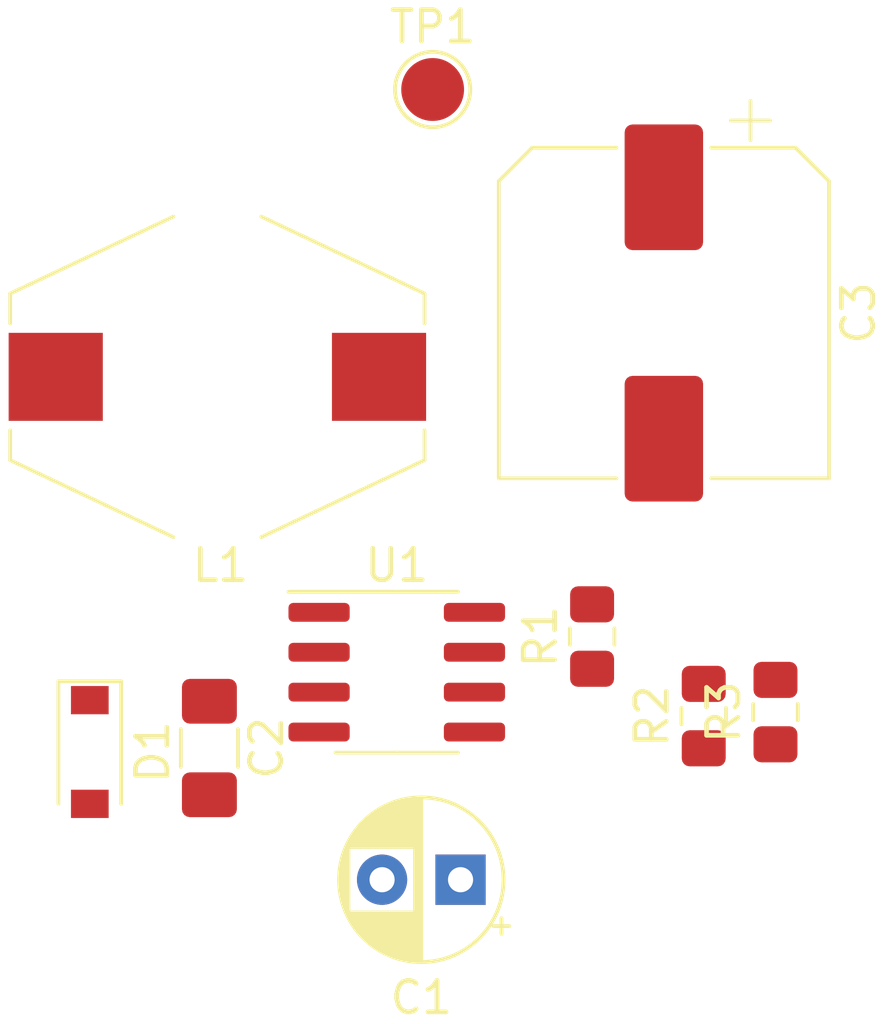
<source format=kicad_pcb>
(kicad_pcb (version 20171130) (host pcbnew 5.1.5-52549c5~85~ubuntu18.04.1)

  (general
    (thickness 1.6)
    (drawings 0)
    (tracks 0)
    (zones 0)
    (modules 10)
    (nets 8)
  )

  (page A4)
  (layers
    (0 F.Cu signal)
    (31 B.Cu signal)
    (32 B.Adhes user)
    (33 F.Adhes user)
    (34 B.Paste user)
    (35 F.Paste user)
    (36 B.SilkS user)
    (37 F.SilkS user)
    (38 B.Mask user)
    (39 F.Mask user)
    (40 Dwgs.User user)
    (41 Cmts.User user)
    (42 Eco1.User user)
    (43 Eco2.User user)
    (44 Edge.Cuts user)
    (45 Margin user)
    (46 B.CrtYd user)
    (47 F.CrtYd user)
    (48 B.Fab user hide)
    (49 F.Fab user hide)
  )

  (setup
    (last_trace_width 0.25)
    (trace_clearance 0.2)
    (zone_clearance 0.508)
    (zone_45_only no)
    (trace_min 0.2)
    (via_size 0.8)
    (via_drill 0.4)
    (via_min_size 0.4)
    (via_min_drill 0.3)
    (uvia_size 0.3)
    (uvia_drill 0.1)
    (uvias_allowed no)
    (uvia_min_size 0.2)
    (uvia_min_drill 0.1)
    (edge_width 0.05)
    (segment_width 0.2)
    (pcb_text_width 0.3)
    (pcb_text_size 1.5 1.5)
    (mod_edge_width 0.12)
    (mod_text_size 1 1)
    (mod_text_width 0.15)
    (pad_size 1.524 1.524)
    (pad_drill 0.762)
    (pad_to_mask_clearance 0.051)
    (solder_mask_min_width 0.25)
    (aux_axis_origin 0 0)
    (visible_elements FFFFFF7F)
    (pcbplotparams
      (layerselection 0x010fc_ffffffff)
      (usegerberextensions false)
      (usegerberattributes false)
      (usegerberadvancedattributes false)
      (creategerberjobfile false)
      (excludeedgelayer true)
      (linewidth 0.100000)
      (plotframeref false)
      (viasonmask false)
      (mode 1)
      (useauxorigin false)
      (hpglpennumber 1)
      (hpglpenspeed 20)
      (hpglpendiameter 15.000000)
      (psnegative false)
      (psa4output false)
      (plotreference true)
      (plotvalue true)
      (plotinvisibletext false)
      (padsonsilk false)
      (subtractmaskfromsilk false)
      (outputformat 1)
      (mirror false)
      (drillshape 1)
      (scaleselection 1)
      (outputdirectory ""))
  )

  (net 0 "")
  (net 1 GND)
  (net 2 "Net-(C2-Pad1)")
  (net 3 "Net-(C3-Pad1)")
  (net 4 "Net-(D1-Pad1)")
  (net 5 "Net-(R1-Pad2)")
  (net 6 "Net-(R2-Pad1)")
  (net 7 +24V)

  (net_class Default "This is the default net class."
    (clearance 0.2)
    (trace_width 0.25)
    (via_dia 0.8)
    (via_drill 0.4)
    (uvia_dia 0.3)
    (uvia_drill 0.1)
    (add_net +24V)
    (add_net GND)
    (add_net "Net-(C2-Pad1)")
    (add_net "Net-(C3-Pad1)")
    (add_net "Net-(D1-Pad1)")
    (add_net "Net-(R1-Pad2)")
    (add_net "Net-(R2-Pad1)")
  )

  (module Capacitor_SMD:CP_Elec_10x10 (layer F.Cu) (tedit 5BCA39D1) (tstamp 5E80317B)
    (at 105.537 75.692 270)
    (descr "SMD capacitor, aluminum electrolytic, Nichicon, 10.0x10.0mm")
    (tags "capacitor electrolytic")
    (path /5E805CD8)
    (attr smd)
    (fp_text reference C3 (at 0 -6.2 90) (layer F.SilkS)
      (effects (font (size 1 1) (thickness 0.15)))
    )
    (fp_text value 220uF (at 0 6.2 90) (layer F.Fab)
      (effects (font (size 1 1) (thickness 0.15)))
    )
    (fp_text user %R (at 0 0 90) (layer F.Fab)
      (effects (font (size 1 1) (thickness 0.15)))
    )
    (fp_line (start -6.25 1.5) (end -5.4 1.5) (layer F.CrtYd) (width 0.05))
    (fp_line (start -6.25 -1.5) (end -6.25 1.5) (layer F.CrtYd) (width 0.05))
    (fp_line (start -5.4 -1.5) (end -6.25 -1.5) (layer F.CrtYd) (width 0.05))
    (fp_line (start -5.4 1.5) (end -5.4 4.25) (layer F.CrtYd) (width 0.05))
    (fp_line (start -5.4 -4.25) (end -5.4 -1.5) (layer F.CrtYd) (width 0.05))
    (fp_line (start -5.4 -4.25) (end -4.25 -5.4) (layer F.CrtYd) (width 0.05))
    (fp_line (start -5.4 4.25) (end -4.25 5.4) (layer F.CrtYd) (width 0.05))
    (fp_line (start -4.25 -5.4) (end 5.4 -5.4) (layer F.CrtYd) (width 0.05))
    (fp_line (start -4.25 5.4) (end 5.4 5.4) (layer F.CrtYd) (width 0.05))
    (fp_line (start 5.4 1.5) (end 5.4 5.4) (layer F.CrtYd) (width 0.05))
    (fp_line (start 6.25 1.5) (end 5.4 1.5) (layer F.CrtYd) (width 0.05))
    (fp_line (start 6.25 -1.5) (end 6.25 1.5) (layer F.CrtYd) (width 0.05))
    (fp_line (start 5.4 -1.5) (end 6.25 -1.5) (layer F.CrtYd) (width 0.05))
    (fp_line (start 5.4 -5.4) (end 5.4 -1.5) (layer F.CrtYd) (width 0.05))
    (fp_line (start -6.125 -3.385) (end -6.125 -2.135) (layer F.SilkS) (width 0.12))
    (fp_line (start -6.75 -2.76) (end -5.5 -2.76) (layer F.SilkS) (width 0.12))
    (fp_line (start -5.26 4.195563) (end -4.195563 5.26) (layer F.SilkS) (width 0.12))
    (fp_line (start -5.26 -4.195563) (end -4.195563 -5.26) (layer F.SilkS) (width 0.12))
    (fp_line (start -5.26 -4.195563) (end -5.26 -1.51) (layer F.SilkS) (width 0.12))
    (fp_line (start -5.26 4.195563) (end -5.26 1.51) (layer F.SilkS) (width 0.12))
    (fp_line (start -4.195563 5.26) (end 5.26 5.26) (layer F.SilkS) (width 0.12))
    (fp_line (start -4.195563 -5.26) (end 5.26 -5.26) (layer F.SilkS) (width 0.12))
    (fp_line (start 5.26 -5.26) (end 5.26 -1.51) (layer F.SilkS) (width 0.12))
    (fp_line (start 5.26 5.26) (end 5.26 1.51) (layer F.SilkS) (width 0.12))
    (fp_line (start -4.058325 -2.2) (end -4.058325 -1.2) (layer F.Fab) (width 0.1))
    (fp_line (start -4.558325 -1.7) (end -3.558325 -1.7) (layer F.Fab) (width 0.1))
    (fp_line (start -5.15 4.15) (end -4.15 5.15) (layer F.Fab) (width 0.1))
    (fp_line (start -5.15 -4.15) (end -4.15 -5.15) (layer F.Fab) (width 0.1))
    (fp_line (start -5.15 -4.15) (end -5.15 4.15) (layer F.Fab) (width 0.1))
    (fp_line (start -4.15 5.15) (end 5.15 5.15) (layer F.Fab) (width 0.1))
    (fp_line (start -4.15 -5.15) (end 5.15 -5.15) (layer F.Fab) (width 0.1))
    (fp_line (start 5.15 -5.15) (end 5.15 5.15) (layer F.Fab) (width 0.1))
    (fp_circle (center 0 0) (end 5 0) (layer F.Fab) (width 0.1))
    (pad 2 smd roundrect (at 4 0 270) (size 4 2.5) (layers F.Cu F.Paste F.Mask) (roundrect_rratio 0.1)
      (net 1 GND))
    (pad 1 smd roundrect (at -4 0 270) (size 4 2.5) (layers F.Cu F.Paste F.Mask) (roundrect_rratio 0.1)
      (net 3 "Net-(C3-Pad1)"))
    (model ${KISYS3DMOD}/Capacitor_SMD.3dshapes/CP_Elec_10x10.wrl
      (at (xyz 0 0 0))
      (scale (xyz 1 1 1))
      (rotate (xyz 0 0 0))
    )
  )

  (module Capacitor_THT:CP_Radial_D5.0mm_P2.50mm (layer F.Cu) (tedit 5AE50EF0) (tstamp 5E803002)
    (at 99.06 93.726 180)
    (descr "CP, Radial series, Radial, pin pitch=2.50mm, , diameter=5mm, Electrolytic Capacitor")
    (tags "CP Radial series Radial pin pitch 2.50mm  diameter 5mm Electrolytic Capacitor")
    (path /5E810EBD)
    (fp_text reference C1 (at 1.25 -3.75) (layer F.SilkS)
      (effects (font (size 1 1) (thickness 0.15)))
    )
    (fp_text value 100uF (at 1.25 3.75) (layer F.Fab)
      (effects (font (size 1 1) (thickness 0.15)))
    )
    (fp_text user %R (at 1.25 0) (layer F.Fab)
      (effects (font (size 1 1) (thickness 0.15)))
    )
    (fp_line (start -1.304775 -1.725) (end -1.304775 -1.225) (layer F.SilkS) (width 0.12))
    (fp_line (start -1.554775 -1.475) (end -1.054775 -1.475) (layer F.SilkS) (width 0.12))
    (fp_line (start 3.851 -0.284) (end 3.851 0.284) (layer F.SilkS) (width 0.12))
    (fp_line (start 3.811 -0.518) (end 3.811 0.518) (layer F.SilkS) (width 0.12))
    (fp_line (start 3.771 -0.677) (end 3.771 0.677) (layer F.SilkS) (width 0.12))
    (fp_line (start 3.731 -0.805) (end 3.731 0.805) (layer F.SilkS) (width 0.12))
    (fp_line (start 3.691 -0.915) (end 3.691 0.915) (layer F.SilkS) (width 0.12))
    (fp_line (start 3.651 -1.011) (end 3.651 1.011) (layer F.SilkS) (width 0.12))
    (fp_line (start 3.611 -1.098) (end 3.611 1.098) (layer F.SilkS) (width 0.12))
    (fp_line (start 3.571 -1.178) (end 3.571 1.178) (layer F.SilkS) (width 0.12))
    (fp_line (start 3.531 1.04) (end 3.531 1.251) (layer F.SilkS) (width 0.12))
    (fp_line (start 3.531 -1.251) (end 3.531 -1.04) (layer F.SilkS) (width 0.12))
    (fp_line (start 3.491 1.04) (end 3.491 1.319) (layer F.SilkS) (width 0.12))
    (fp_line (start 3.491 -1.319) (end 3.491 -1.04) (layer F.SilkS) (width 0.12))
    (fp_line (start 3.451 1.04) (end 3.451 1.383) (layer F.SilkS) (width 0.12))
    (fp_line (start 3.451 -1.383) (end 3.451 -1.04) (layer F.SilkS) (width 0.12))
    (fp_line (start 3.411 1.04) (end 3.411 1.443) (layer F.SilkS) (width 0.12))
    (fp_line (start 3.411 -1.443) (end 3.411 -1.04) (layer F.SilkS) (width 0.12))
    (fp_line (start 3.371 1.04) (end 3.371 1.5) (layer F.SilkS) (width 0.12))
    (fp_line (start 3.371 -1.5) (end 3.371 -1.04) (layer F.SilkS) (width 0.12))
    (fp_line (start 3.331 1.04) (end 3.331 1.554) (layer F.SilkS) (width 0.12))
    (fp_line (start 3.331 -1.554) (end 3.331 -1.04) (layer F.SilkS) (width 0.12))
    (fp_line (start 3.291 1.04) (end 3.291 1.605) (layer F.SilkS) (width 0.12))
    (fp_line (start 3.291 -1.605) (end 3.291 -1.04) (layer F.SilkS) (width 0.12))
    (fp_line (start 3.251 1.04) (end 3.251 1.653) (layer F.SilkS) (width 0.12))
    (fp_line (start 3.251 -1.653) (end 3.251 -1.04) (layer F.SilkS) (width 0.12))
    (fp_line (start 3.211 1.04) (end 3.211 1.699) (layer F.SilkS) (width 0.12))
    (fp_line (start 3.211 -1.699) (end 3.211 -1.04) (layer F.SilkS) (width 0.12))
    (fp_line (start 3.171 1.04) (end 3.171 1.743) (layer F.SilkS) (width 0.12))
    (fp_line (start 3.171 -1.743) (end 3.171 -1.04) (layer F.SilkS) (width 0.12))
    (fp_line (start 3.131 1.04) (end 3.131 1.785) (layer F.SilkS) (width 0.12))
    (fp_line (start 3.131 -1.785) (end 3.131 -1.04) (layer F.SilkS) (width 0.12))
    (fp_line (start 3.091 1.04) (end 3.091 1.826) (layer F.SilkS) (width 0.12))
    (fp_line (start 3.091 -1.826) (end 3.091 -1.04) (layer F.SilkS) (width 0.12))
    (fp_line (start 3.051 1.04) (end 3.051 1.864) (layer F.SilkS) (width 0.12))
    (fp_line (start 3.051 -1.864) (end 3.051 -1.04) (layer F.SilkS) (width 0.12))
    (fp_line (start 3.011 1.04) (end 3.011 1.901) (layer F.SilkS) (width 0.12))
    (fp_line (start 3.011 -1.901) (end 3.011 -1.04) (layer F.SilkS) (width 0.12))
    (fp_line (start 2.971 1.04) (end 2.971 1.937) (layer F.SilkS) (width 0.12))
    (fp_line (start 2.971 -1.937) (end 2.971 -1.04) (layer F.SilkS) (width 0.12))
    (fp_line (start 2.931 1.04) (end 2.931 1.971) (layer F.SilkS) (width 0.12))
    (fp_line (start 2.931 -1.971) (end 2.931 -1.04) (layer F.SilkS) (width 0.12))
    (fp_line (start 2.891 1.04) (end 2.891 2.004) (layer F.SilkS) (width 0.12))
    (fp_line (start 2.891 -2.004) (end 2.891 -1.04) (layer F.SilkS) (width 0.12))
    (fp_line (start 2.851 1.04) (end 2.851 2.035) (layer F.SilkS) (width 0.12))
    (fp_line (start 2.851 -2.035) (end 2.851 -1.04) (layer F.SilkS) (width 0.12))
    (fp_line (start 2.811 1.04) (end 2.811 2.065) (layer F.SilkS) (width 0.12))
    (fp_line (start 2.811 -2.065) (end 2.811 -1.04) (layer F.SilkS) (width 0.12))
    (fp_line (start 2.771 1.04) (end 2.771 2.095) (layer F.SilkS) (width 0.12))
    (fp_line (start 2.771 -2.095) (end 2.771 -1.04) (layer F.SilkS) (width 0.12))
    (fp_line (start 2.731 1.04) (end 2.731 2.122) (layer F.SilkS) (width 0.12))
    (fp_line (start 2.731 -2.122) (end 2.731 -1.04) (layer F.SilkS) (width 0.12))
    (fp_line (start 2.691 1.04) (end 2.691 2.149) (layer F.SilkS) (width 0.12))
    (fp_line (start 2.691 -2.149) (end 2.691 -1.04) (layer F.SilkS) (width 0.12))
    (fp_line (start 2.651 1.04) (end 2.651 2.175) (layer F.SilkS) (width 0.12))
    (fp_line (start 2.651 -2.175) (end 2.651 -1.04) (layer F.SilkS) (width 0.12))
    (fp_line (start 2.611 1.04) (end 2.611 2.2) (layer F.SilkS) (width 0.12))
    (fp_line (start 2.611 -2.2) (end 2.611 -1.04) (layer F.SilkS) (width 0.12))
    (fp_line (start 2.571 1.04) (end 2.571 2.224) (layer F.SilkS) (width 0.12))
    (fp_line (start 2.571 -2.224) (end 2.571 -1.04) (layer F.SilkS) (width 0.12))
    (fp_line (start 2.531 1.04) (end 2.531 2.247) (layer F.SilkS) (width 0.12))
    (fp_line (start 2.531 -2.247) (end 2.531 -1.04) (layer F.SilkS) (width 0.12))
    (fp_line (start 2.491 1.04) (end 2.491 2.268) (layer F.SilkS) (width 0.12))
    (fp_line (start 2.491 -2.268) (end 2.491 -1.04) (layer F.SilkS) (width 0.12))
    (fp_line (start 2.451 1.04) (end 2.451 2.29) (layer F.SilkS) (width 0.12))
    (fp_line (start 2.451 -2.29) (end 2.451 -1.04) (layer F.SilkS) (width 0.12))
    (fp_line (start 2.411 1.04) (end 2.411 2.31) (layer F.SilkS) (width 0.12))
    (fp_line (start 2.411 -2.31) (end 2.411 -1.04) (layer F.SilkS) (width 0.12))
    (fp_line (start 2.371 1.04) (end 2.371 2.329) (layer F.SilkS) (width 0.12))
    (fp_line (start 2.371 -2.329) (end 2.371 -1.04) (layer F.SilkS) (width 0.12))
    (fp_line (start 2.331 1.04) (end 2.331 2.348) (layer F.SilkS) (width 0.12))
    (fp_line (start 2.331 -2.348) (end 2.331 -1.04) (layer F.SilkS) (width 0.12))
    (fp_line (start 2.291 1.04) (end 2.291 2.365) (layer F.SilkS) (width 0.12))
    (fp_line (start 2.291 -2.365) (end 2.291 -1.04) (layer F.SilkS) (width 0.12))
    (fp_line (start 2.251 1.04) (end 2.251 2.382) (layer F.SilkS) (width 0.12))
    (fp_line (start 2.251 -2.382) (end 2.251 -1.04) (layer F.SilkS) (width 0.12))
    (fp_line (start 2.211 1.04) (end 2.211 2.398) (layer F.SilkS) (width 0.12))
    (fp_line (start 2.211 -2.398) (end 2.211 -1.04) (layer F.SilkS) (width 0.12))
    (fp_line (start 2.171 1.04) (end 2.171 2.414) (layer F.SilkS) (width 0.12))
    (fp_line (start 2.171 -2.414) (end 2.171 -1.04) (layer F.SilkS) (width 0.12))
    (fp_line (start 2.131 1.04) (end 2.131 2.428) (layer F.SilkS) (width 0.12))
    (fp_line (start 2.131 -2.428) (end 2.131 -1.04) (layer F.SilkS) (width 0.12))
    (fp_line (start 2.091 1.04) (end 2.091 2.442) (layer F.SilkS) (width 0.12))
    (fp_line (start 2.091 -2.442) (end 2.091 -1.04) (layer F.SilkS) (width 0.12))
    (fp_line (start 2.051 1.04) (end 2.051 2.455) (layer F.SilkS) (width 0.12))
    (fp_line (start 2.051 -2.455) (end 2.051 -1.04) (layer F.SilkS) (width 0.12))
    (fp_line (start 2.011 1.04) (end 2.011 2.468) (layer F.SilkS) (width 0.12))
    (fp_line (start 2.011 -2.468) (end 2.011 -1.04) (layer F.SilkS) (width 0.12))
    (fp_line (start 1.971 1.04) (end 1.971 2.48) (layer F.SilkS) (width 0.12))
    (fp_line (start 1.971 -2.48) (end 1.971 -1.04) (layer F.SilkS) (width 0.12))
    (fp_line (start 1.93 1.04) (end 1.93 2.491) (layer F.SilkS) (width 0.12))
    (fp_line (start 1.93 -2.491) (end 1.93 -1.04) (layer F.SilkS) (width 0.12))
    (fp_line (start 1.89 1.04) (end 1.89 2.501) (layer F.SilkS) (width 0.12))
    (fp_line (start 1.89 -2.501) (end 1.89 -1.04) (layer F.SilkS) (width 0.12))
    (fp_line (start 1.85 1.04) (end 1.85 2.511) (layer F.SilkS) (width 0.12))
    (fp_line (start 1.85 -2.511) (end 1.85 -1.04) (layer F.SilkS) (width 0.12))
    (fp_line (start 1.81 1.04) (end 1.81 2.52) (layer F.SilkS) (width 0.12))
    (fp_line (start 1.81 -2.52) (end 1.81 -1.04) (layer F.SilkS) (width 0.12))
    (fp_line (start 1.77 1.04) (end 1.77 2.528) (layer F.SilkS) (width 0.12))
    (fp_line (start 1.77 -2.528) (end 1.77 -1.04) (layer F.SilkS) (width 0.12))
    (fp_line (start 1.73 1.04) (end 1.73 2.536) (layer F.SilkS) (width 0.12))
    (fp_line (start 1.73 -2.536) (end 1.73 -1.04) (layer F.SilkS) (width 0.12))
    (fp_line (start 1.69 1.04) (end 1.69 2.543) (layer F.SilkS) (width 0.12))
    (fp_line (start 1.69 -2.543) (end 1.69 -1.04) (layer F.SilkS) (width 0.12))
    (fp_line (start 1.65 1.04) (end 1.65 2.55) (layer F.SilkS) (width 0.12))
    (fp_line (start 1.65 -2.55) (end 1.65 -1.04) (layer F.SilkS) (width 0.12))
    (fp_line (start 1.61 1.04) (end 1.61 2.556) (layer F.SilkS) (width 0.12))
    (fp_line (start 1.61 -2.556) (end 1.61 -1.04) (layer F.SilkS) (width 0.12))
    (fp_line (start 1.57 1.04) (end 1.57 2.561) (layer F.SilkS) (width 0.12))
    (fp_line (start 1.57 -2.561) (end 1.57 -1.04) (layer F.SilkS) (width 0.12))
    (fp_line (start 1.53 1.04) (end 1.53 2.565) (layer F.SilkS) (width 0.12))
    (fp_line (start 1.53 -2.565) (end 1.53 -1.04) (layer F.SilkS) (width 0.12))
    (fp_line (start 1.49 1.04) (end 1.49 2.569) (layer F.SilkS) (width 0.12))
    (fp_line (start 1.49 -2.569) (end 1.49 -1.04) (layer F.SilkS) (width 0.12))
    (fp_line (start 1.45 -2.573) (end 1.45 2.573) (layer F.SilkS) (width 0.12))
    (fp_line (start 1.41 -2.576) (end 1.41 2.576) (layer F.SilkS) (width 0.12))
    (fp_line (start 1.37 -2.578) (end 1.37 2.578) (layer F.SilkS) (width 0.12))
    (fp_line (start 1.33 -2.579) (end 1.33 2.579) (layer F.SilkS) (width 0.12))
    (fp_line (start 1.29 -2.58) (end 1.29 2.58) (layer F.SilkS) (width 0.12))
    (fp_line (start 1.25 -2.58) (end 1.25 2.58) (layer F.SilkS) (width 0.12))
    (fp_line (start -0.633605 -1.3375) (end -0.633605 -0.8375) (layer F.Fab) (width 0.1))
    (fp_line (start -0.883605 -1.0875) (end -0.383605 -1.0875) (layer F.Fab) (width 0.1))
    (fp_circle (center 1.25 0) (end 4 0) (layer F.CrtYd) (width 0.05))
    (fp_circle (center 1.25 0) (end 3.87 0) (layer F.SilkS) (width 0.12))
    (fp_circle (center 1.25 0) (end 3.75 0) (layer F.Fab) (width 0.1))
    (pad 2 thru_hole circle (at 2.5 0 180) (size 1.6 1.6) (drill 0.8) (layers *.Cu *.Mask)
      (net 1 GND))
    (pad 1 thru_hole rect (at 0 0 180) (size 1.6 1.6) (drill 0.8) (layers *.Cu *.Mask)
      (net 7 +24V))
    (model ${KISYS3DMOD}/Capacitor_THT.3dshapes/CP_Radial_D5.0mm_P2.50mm.wrl
      (at (xyz 0 0 0))
      (scale (xyz 1 1 1))
      (rotate (xyz 0 0 0))
    )
  )

  (module Capacitor_SMD:C_1206_3216Metric_Pad1.42x1.75mm_HandSolder (layer F.Cu) (tedit 5B301BBE) (tstamp 5E806466)
    (at 91.059 89.535 270)
    (descr "Capacitor SMD 1206 (3216 Metric), square (rectangular) end terminal, IPC_7351 nominal with elongated pad for handsoldering. (Body size source: http://www.tortai-tech.com/upload/download/2011102023233369053.pdf), generated with kicad-footprint-generator")
    (tags "capacitor handsolder")
    (path /5E87373A)
    (attr smd)
    (fp_text reference C2 (at 0 -1.82 90) (layer F.SilkS)
      (effects (font (size 1 1) (thickness 0.15)))
    )
    (fp_text value 470pF (at 0 1.82 90) (layer F.Fab)
      (effects (font (size 1 1) (thickness 0.15)))
    )
    (fp_text user %R (at 0 0 90) (layer F.Fab)
      (effects (font (size 0.8 0.8) (thickness 0.12)))
    )
    (fp_line (start 2.45 1.12) (end -2.45 1.12) (layer F.CrtYd) (width 0.05))
    (fp_line (start 2.45 -1.12) (end 2.45 1.12) (layer F.CrtYd) (width 0.05))
    (fp_line (start -2.45 -1.12) (end 2.45 -1.12) (layer F.CrtYd) (width 0.05))
    (fp_line (start -2.45 1.12) (end -2.45 -1.12) (layer F.CrtYd) (width 0.05))
    (fp_line (start -0.602064 0.91) (end 0.602064 0.91) (layer F.SilkS) (width 0.12))
    (fp_line (start -0.602064 -0.91) (end 0.602064 -0.91) (layer F.SilkS) (width 0.12))
    (fp_line (start 1.6 0.8) (end -1.6 0.8) (layer F.Fab) (width 0.1))
    (fp_line (start 1.6 -0.8) (end 1.6 0.8) (layer F.Fab) (width 0.1))
    (fp_line (start -1.6 -0.8) (end 1.6 -0.8) (layer F.Fab) (width 0.1))
    (fp_line (start -1.6 0.8) (end -1.6 -0.8) (layer F.Fab) (width 0.1))
    (pad 2 smd roundrect (at 1.4875 0 270) (size 1.425 1.75) (layers F.Cu F.Paste F.Mask) (roundrect_rratio 0.175439)
      (net 1 GND))
    (pad 1 smd roundrect (at -1.4875 0 270) (size 1.425 1.75) (layers F.Cu F.Paste F.Mask) (roundrect_rratio 0.175439)
      (net 2 "Net-(C2-Pad1)"))
    (model ${KISYS3DMOD}/Capacitor_SMD.3dshapes/C_1206_3216Metric.wrl
      (at (xyz 0 0 0))
      (scale (xyz 1 1 1))
      (rotate (xyz 0 0 0))
    )
  )

  (module TestPoint:TestPoint_Pad_D2.0mm (layer F.Cu) (tedit 5A0F774F) (tstamp 5E816875)
    (at 98.171 68.58)
    (descr "SMD pad as test Point, diameter 2.0mm")
    (tags "test point SMD pad")
    (path /5E86A93E)
    (attr virtual)
    (fp_text reference TP1 (at 0 -1.998) (layer F.SilkS)
      (effects (font (size 1 1) (thickness 0.15)))
    )
    (fp_text value 5V_Out (at 0 2.05) (layer F.Fab)
      (effects (font (size 1 1) (thickness 0.15)))
    )
    (fp_circle (center 0 0) (end 0 1.2) (layer F.SilkS) (width 0.12))
    (fp_circle (center 0 0) (end 1.5 0) (layer F.CrtYd) (width 0.05))
    (fp_text user %R (at 0 -2) (layer F.Fab)
      (effects (font (size 1 1) (thickness 0.15)))
    )
    (pad 1 smd circle (at 0 0) (size 2 2) (layers F.Cu F.Mask)
      (net 3 "Net-(C3-Pad1)"))
  )

  (module Package_SO:SOIC-8_3.9x4.9mm_P1.27mm (layer F.Cu) (tedit 5D9F72B1) (tstamp 5E8031FD)
    (at 97.028 87.122)
    (descr "SOIC, 8 Pin (JEDEC MS-012AA, https://www.analog.com/media/en/package-pcb-resources/package/pkg_pdf/soic_narrow-r/r_8.pdf), generated with kicad-footprint-generator ipc_gullwing_generator.py")
    (tags "SOIC SO")
    (path /5E7FFA3D)
    (attr smd)
    (fp_text reference U1 (at 0 -3.4) (layer F.SilkS)
      (effects (font (size 1 1) (thickness 0.15)))
    )
    (fp_text value MC33063AD (at 0 3.4) (layer F.Fab)
      (effects (font (size 1 1) (thickness 0.15)))
    )
    (fp_text user %R (at 0 0) (layer F.Fab)
      (effects (font (size 0.98 0.98) (thickness 0.15)))
    )
    (fp_line (start 3.7 -2.7) (end -3.7 -2.7) (layer F.CrtYd) (width 0.05))
    (fp_line (start 3.7 2.7) (end 3.7 -2.7) (layer F.CrtYd) (width 0.05))
    (fp_line (start -3.7 2.7) (end 3.7 2.7) (layer F.CrtYd) (width 0.05))
    (fp_line (start -3.7 -2.7) (end -3.7 2.7) (layer F.CrtYd) (width 0.05))
    (fp_line (start -1.95 -1.475) (end -0.975 -2.45) (layer F.Fab) (width 0.1))
    (fp_line (start -1.95 2.45) (end -1.95 -1.475) (layer F.Fab) (width 0.1))
    (fp_line (start 1.95 2.45) (end -1.95 2.45) (layer F.Fab) (width 0.1))
    (fp_line (start 1.95 -2.45) (end 1.95 2.45) (layer F.Fab) (width 0.1))
    (fp_line (start -0.975 -2.45) (end 1.95 -2.45) (layer F.Fab) (width 0.1))
    (fp_line (start 0 -2.56) (end -3.45 -2.56) (layer F.SilkS) (width 0.12))
    (fp_line (start 0 -2.56) (end 1.95 -2.56) (layer F.SilkS) (width 0.12))
    (fp_line (start 0 2.56) (end -1.95 2.56) (layer F.SilkS) (width 0.12))
    (fp_line (start 0 2.56) (end 1.95 2.56) (layer F.SilkS) (width 0.12))
    (pad 8 smd roundrect (at 2.475 -1.905) (size 1.95 0.6) (layers F.Cu F.Paste F.Mask) (roundrect_rratio 0.25)
      (net 5 "Net-(R1-Pad2)"))
    (pad 7 smd roundrect (at 2.475 -0.635) (size 1.95 0.6) (layers F.Cu F.Paste F.Mask) (roundrect_rratio 0.25)
      (net 5 "Net-(R1-Pad2)"))
    (pad 6 smd roundrect (at 2.475 0.635) (size 1.95 0.6) (layers F.Cu F.Paste F.Mask) (roundrect_rratio 0.25)
      (net 7 +24V))
    (pad 5 smd roundrect (at 2.475 1.905) (size 1.95 0.6) (layers F.Cu F.Paste F.Mask) (roundrect_rratio 0.25)
      (net 6 "Net-(R2-Pad1)"))
    (pad 4 smd roundrect (at -2.475 1.905) (size 1.95 0.6) (layers F.Cu F.Paste F.Mask) (roundrect_rratio 0.25)
      (net 1 GND))
    (pad 3 smd roundrect (at -2.475 0.635) (size 1.95 0.6) (layers F.Cu F.Paste F.Mask) (roundrect_rratio 0.25)
      (net 2 "Net-(C2-Pad1)"))
    (pad 2 smd roundrect (at -2.475 -0.635) (size 1.95 0.6) (layers F.Cu F.Paste F.Mask) (roundrect_rratio 0.25)
      (net 4 "Net-(D1-Pad1)"))
    (pad 1 smd roundrect (at -2.475 -1.905) (size 1.95 0.6) (layers F.Cu F.Paste F.Mask) (roundrect_rratio 0.25)
      (net 5 "Net-(R1-Pad2)"))
    (model ${KISYS3DMOD}/Package_SO.3dshapes/SOIC-8_3.9x4.9mm_P1.27mm.wrl
      (at (xyz 0 0 0))
      (scale (xyz 1 1 1))
      (rotate (xyz 0 0 0))
    )
  )

  (module Resistor_SMD:R_0805_2012Metric_Pad1.15x1.40mm_HandSolder (layer F.Cu) (tedit 5B36C52B) (tstamp 5E8069DB)
    (at 109.093 88.392 90)
    (descr "Resistor SMD 0805 (2012 Metric), square (rectangular) end terminal, IPC_7351 nominal with elongated pad for handsoldering. (Body size source: https://docs.google.com/spreadsheets/d/1BsfQQcO9C6DZCsRaXUlFlo91Tg2WpOkGARC1WS5S8t0/edit?usp=sharing), generated with kicad-footprint-generator")
    (tags "resistor handsolder")
    (path /5E81E67D)
    (attr smd)
    (fp_text reference R3 (at 0 -1.65 90) (layer F.SilkS)
      (effects (font (size 1 1) (thickness 0.15)))
    )
    (fp_text value 3.8K (at 0 1.65 90) (layer F.Fab)
      (effects (font (size 1 1) (thickness 0.15)))
    )
    (fp_text user %R (at 0 0 90) (layer F.Fab)
      (effects (font (size 0.5 0.5) (thickness 0.08)))
    )
    (fp_line (start 1.85 0.95) (end -1.85 0.95) (layer F.CrtYd) (width 0.05))
    (fp_line (start 1.85 -0.95) (end 1.85 0.95) (layer F.CrtYd) (width 0.05))
    (fp_line (start -1.85 -0.95) (end 1.85 -0.95) (layer F.CrtYd) (width 0.05))
    (fp_line (start -1.85 0.95) (end -1.85 -0.95) (layer F.CrtYd) (width 0.05))
    (fp_line (start -0.261252 0.71) (end 0.261252 0.71) (layer F.SilkS) (width 0.12))
    (fp_line (start -0.261252 -0.71) (end 0.261252 -0.71) (layer F.SilkS) (width 0.12))
    (fp_line (start 1 0.6) (end -1 0.6) (layer F.Fab) (width 0.1))
    (fp_line (start 1 -0.6) (end 1 0.6) (layer F.Fab) (width 0.1))
    (fp_line (start -1 -0.6) (end 1 -0.6) (layer F.Fab) (width 0.1))
    (fp_line (start -1 0.6) (end -1 -0.6) (layer F.Fab) (width 0.1))
    (pad 2 smd roundrect (at 1.025 0 90) (size 1.15 1.4) (layers F.Cu F.Paste F.Mask) (roundrect_rratio 0.217391)
      (net 3 "Net-(C3-Pad1)"))
    (pad 1 smd roundrect (at -1.025 0 90) (size 1.15 1.4) (layers F.Cu F.Paste F.Mask) (roundrect_rratio 0.217391)
      (net 6 "Net-(R2-Pad1)"))
    (model ${KISYS3DMOD}/Resistor_SMD.3dshapes/R_0805_2012Metric.wrl
      (at (xyz 0 0 0))
      (scale (xyz 1 1 1))
      (rotate (xyz 0 0 0))
    )
  )

  (module Resistor_SMD:R_0805_2012Metric_Pad1.15x1.40mm_HandSolder (layer F.Cu) (tedit 5B36C52B) (tstamp 5E806A0B)
    (at 106.807 88.519 90)
    (descr "Resistor SMD 0805 (2012 Metric), square (rectangular) end terminal, IPC_7351 nominal with elongated pad for handsoldering. (Body size source: https://docs.google.com/spreadsheets/d/1BsfQQcO9C6DZCsRaXUlFlo91Tg2WpOkGARC1WS5S8t0/edit?usp=sharing), generated with kicad-footprint-generator")
    (tags "resistor handsolder")
    (path /5E85D5C3)
    (attr smd)
    (fp_text reference R2 (at 0 -1.65 90) (layer F.SilkS)
      (effects (font (size 1 1) (thickness 0.15)))
    )
    (fp_text value 1.2K (at 0 1.65 90) (layer F.Fab)
      (effects (font (size 1 1) (thickness 0.15)))
    )
    (fp_text user %R (at 0 0 90) (layer F.Fab)
      (effects (font (size 0.5 0.5) (thickness 0.08)))
    )
    (fp_line (start 1.85 0.95) (end -1.85 0.95) (layer F.CrtYd) (width 0.05))
    (fp_line (start 1.85 -0.95) (end 1.85 0.95) (layer F.CrtYd) (width 0.05))
    (fp_line (start -1.85 -0.95) (end 1.85 -0.95) (layer F.CrtYd) (width 0.05))
    (fp_line (start -1.85 0.95) (end -1.85 -0.95) (layer F.CrtYd) (width 0.05))
    (fp_line (start -0.261252 0.71) (end 0.261252 0.71) (layer F.SilkS) (width 0.12))
    (fp_line (start -0.261252 -0.71) (end 0.261252 -0.71) (layer F.SilkS) (width 0.12))
    (fp_line (start 1 0.6) (end -1 0.6) (layer F.Fab) (width 0.1))
    (fp_line (start 1 -0.6) (end 1 0.6) (layer F.Fab) (width 0.1))
    (fp_line (start -1 -0.6) (end 1 -0.6) (layer F.Fab) (width 0.1))
    (fp_line (start -1 0.6) (end -1 -0.6) (layer F.Fab) (width 0.1))
    (pad 2 smd roundrect (at 1.025 0 90) (size 1.15 1.4) (layers F.Cu F.Paste F.Mask) (roundrect_rratio 0.217391)
      (net 1 GND))
    (pad 1 smd roundrect (at -1.025 0 90) (size 1.15 1.4) (layers F.Cu F.Paste F.Mask) (roundrect_rratio 0.217391)
      (net 6 "Net-(R2-Pad1)"))
    (model ${KISYS3DMOD}/Resistor_SMD.3dshapes/R_0805_2012Metric.wrl
      (at (xyz 0 0 0))
      (scale (xyz 1 1 1))
      (rotate (xyz 0 0 0))
    )
  )

  (module Resistor_SMD:R_0805_2012Metric_Pad1.15x1.40mm_HandSolder (layer F.Cu) (tedit 5B36C52B) (tstamp 5E806826)
    (at 103.251 85.988 90)
    (descr "Resistor SMD 0805 (2012 Metric), square (rectangular) end terminal, IPC_7351 nominal with elongated pad for handsoldering. (Body size source: https://docs.google.com/spreadsheets/d/1BsfQQcO9C6DZCsRaXUlFlo91Tg2WpOkGARC1WS5S8t0/edit?usp=sharing), generated with kicad-footprint-generator")
    (tags "resistor handsolder")
    (path /5E87FF6B)
    (attr smd)
    (fp_text reference R1 (at 0 -1.65 90) (layer F.SilkS)
      (effects (font (size 1 1) (thickness 0.15)))
    )
    (fp_text value "0.33 ohms" (at 0 1.65 90) (layer F.Fab)
      (effects (font (size 1 1) (thickness 0.15)))
    )
    (fp_text user %R (at 0 0 90) (layer F.Fab)
      (effects (font (size 0.5 0.5) (thickness 0.08)))
    )
    (fp_line (start 1.85 0.95) (end -1.85 0.95) (layer F.CrtYd) (width 0.05))
    (fp_line (start 1.85 -0.95) (end 1.85 0.95) (layer F.CrtYd) (width 0.05))
    (fp_line (start -1.85 -0.95) (end 1.85 -0.95) (layer F.CrtYd) (width 0.05))
    (fp_line (start -1.85 0.95) (end -1.85 -0.95) (layer F.CrtYd) (width 0.05))
    (fp_line (start -0.261252 0.71) (end 0.261252 0.71) (layer F.SilkS) (width 0.12))
    (fp_line (start -0.261252 -0.71) (end 0.261252 -0.71) (layer F.SilkS) (width 0.12))
    (fp_line (start 1 0.6) (end -1 0.6) (layer F.Fab) (width 0.1))
    (fp_line (start 1 -0.6) (end 1 0.6) (layer F.Fab) (width 0.1))
    (fp_line (start -1 -0.6) (end 1 -0.6) (layer F.Fab) (width 0.1))
    (fp_line (start -1 0.6) (end -1 -0.6) (layer F.Fab) (width 0.1))
    (pad 2 smd roundrect (at 1.025 0 90) (size 1.15 1.4) (layers F.Cu F.Paste F.Mask) (roundrect_rratio 0.217391)
      (net 5 "Net-(R1-Pad2)"))
    (pad 1 smd roundrect (at -1.025 0 90) (size 1.15 1.4) (layers F.Cu F.Paste F.Mask) (roundrect_rratio 0.217391)
      (net 7 +24V))
    (model ${KISYS3DMOD}/Resistor_SMD.3dshapes/R_0805_2012Metric.wrl
      (at (xyz 0 0 0))
      (scale (xyz 1 1 1))
      (rotate (xyz 0 0 0))
    )
  )

  (module Inductor_SMD:L_Bourns-SRR1005 (layer F.Cu) (tedit 5A468CF4) (tstamp 5E816684)
    (at 91.313 77.724)
    (descr "Bourns SRR1005 series SMD inductor")
    (tags "Bourns SRR1005 SMD inductor")
    (path /5E801D9A)
    (attr smd)
    (fp_text reference L1 (at 0.1 6) (layer F.SilkS)
      (effects (font (size 1 1) (thickness 0.15)))
    )
    (fp_text value 220uH (at 0 -6) (layer F.Fab)
      (effects (font (size 1 1) (thickness 0.15)))
    )
    (fp_line (start 6.6 -2.65) (end 6.6 -1.7) (layer F.SilkS) (width 0.12))
    (fp_line (start -6.6 2.65) (end -6.6 1.7) (layer F.SilkS) (width 0.12))
    (fp_line (start 6.6 -2.65) (end 1.4 -5.1) (layer F.SilkS) (width 0.12))
    (fp_line (start -6.6 2.65) (end -1.4 5.1) (layer F.SilkS) (width 0.12))
    (fp_line (start 6.6 2.65) (end 1.4 5.1) (layer F.SilkS) (width 0.12))
    (fp_line (start 6.6 2.65) (end 6.6 1.7) (layer F.SilkS) (width 0.12))
    (fp_line (start -6.9 -5.25) (end 6.9 -5.25) (layer F.CrtYd) (width 0.05))
    (fp_line (start -6.9 -5.25) (end -6.9 5.25) (layer F.CrtYd) (width 0.05))
    (fp_line (start 6.35 2.5) (end 2.2 4.5) (layer F.Fab) (width 0.1))
    (fp_line (start 6.35 -2.5) (end 2.2 -4.5) (layer F.Fab) (width 0.1))
    (fp_line (start 6.35 2.5) (end 6.35 1.7) (layer F.Fab) (width 0.1))
    (fp_line (start 6.35 -1.7) (end 6.35 -2.5) (layer F.Fab) (width 0.1))
    (fp_line (start -6.35 2.5) (end -2.2 4.5) (layer F.Fab) (width 0.1))
    (fp_line (start -6.35 2.5) (end -6.35 1.7) (layer F.Fab) (width 0.1))
    (fp_circle (center 0 0) (end 0 -5) (layer F.Fab) (width 0.1))
    (fp_line (start -6.6 -2.65) (end -1.4 -5.1) (layer F.SilkS) (width 0.12))
    (fp_line (start -6.6 -2.65) (end -6.6 -1.7) (layer F.SilkS) (width 0.12))
    (fp_line (start -6.35 -2.5) (end -2.2 -4.5) (layer F.Fab) (width 0.1))
    (fp_line (start -6.35 -1.7) (end -6.35 -2.5) (layer F.Fab) (width 0.1))
    (fp_line (start -6.9 5.25) (end 6.9 5.25) (layer F.CrtYd) (width 0.05))
    (fp_line (start 6.9 -5.25) (end 6.9 5.25) (layer F.CrtYd) (width 0.05))
    (fp_text user %R (at 0 0 90) (layer F.Fab)
      (effects (font (size 1 1) (thickness 0.15)))
    )
    (pad 2 smd rect (at 5.15 0) (size 3 2.8) (layers F.Cu F.Paste F.Mask)
      (net 3 "Net-(C3-Pad1)"))
    (pad 1 smd rect (at -5.15 0) (size 3 2.8) (layers F.Cu F.Paste F.Mask)
      (net 4 "Net-(D1-Pad1)"))
    (model ${KISYS3DMOD}/Inductor_SMD.3dshapes/L_Bourns-SRR1005.wrl
      (at (xyz 0 0 0))
      (scale (xyz 1 1 1))
      (rotate (xyz 0 0 0))
    )
  )

  (module Diode_SMD:D_SOD-123 (layer F.Cu) (tedit 58645DC7) (tstamp 5E8165E7)
    (at 87.249 89.662 270)
    (descr SOD-123)
    (tags SOD-123)
    (path /5E806E01)
    (attr smd)
    (fp_text reference D1 (at 0 -2 90) (layer F.SilkS)
      (effects (font (size 1 1) (thickness 0.15)))
    )
    (fp_text value 1N5819 (at 0 2.1 90) (layer F.Fab)
      (effects (font (size 1 1) (thickness 0.15)))
    )
    (fp_line (start -2.25 -1) (end 1.65 -1) (layer F.SilkS) (width 0.12))
    (fp_line (start -2.25 1) (end 1.65 1) (layer F.SilkS) (width 0.12))
    (fp_line (start -2.35 -1.15) (end -2.35 1.15) (layer F.CrtYd) (width 0.05))
    (fp_line (start 2.35 1.15) (end -2.35 1.15) (layer F.CrtYd) (width 0.05))
    (fp_line (start 2.35 -1.15) (end 2.35 1.15) (layer F.CrtYd) (width 0.05))
    (fp_line (start -2.35 -1.15) (end 2.35 -1.15) (layer F.CrtYd) (width 0.05))
    (fp_line (start -1.4 -0.9) (end 1.4 -0.9) (layer F.Fab) (width 0.1))
    (fp_line (start 1.4 -0.9) (end 1.4 0.9) (layer F.Fab) (width 0.1))
    (fp_line (start 1.4 0.9) (end -1.4 0.9) (layer F.Fab) (width 0.1))
    (fp_line (start -1.4 0.9) (end -1.4 -0.9) (layer F.Fab) (width 0.1))
    (fp_line (start -0.75 0) (end -0.35 0) (layer F.Fab) (width 0.1))
    (fp_line (start -0.35 0) (end -0.35 -0.55) (layer F.Fab) (width 0.1))
    (fp_line (start -0.35 0) (end -0.35 0.55) (layer F.Fab) (width 0.1))
    (fp_line (start -0.35 0) (end 0.25 -0.4) (layer F.Fab) (width 0.1))
    (fp_line (start 0.25 -0.4) (end 0.25 0.4) (layer F.Fab) (width 0.1))
    (fp_line (start 0.25 0.4) (end -0.35 0) (layer F.Fab) (width 0.1))
    (fp_line (start 0.25 0) (end 0.75 0) (layer F.Fab) (width 0.1))
    (fp_line (start -2.25 -1) (end -2.25 1) (layer F.SilkS) (width 0.12))
    (fp_text user %R (at 0 -2 90) (layer F.Fab)
      (effects (font (size 1 1) (thickness 0.15)))
    )
    (pad 2 smd rect (at 1.65 0 270) (size 0.9 1.2) (layers F.Cu F.Paste F.Mask)
      (net 1 GND))
    (pad 1 smd rect (at -1.65 0 270) (size 0.9 1.2) (layers F.Cu F.Paste F.Mask)
      (net 4 "Net-(D1-Pad1)"))
    (model ${KISYS3DMOD}/Diode_SMD.3dshapes/D_SOD-123.wrl
      (at (xyz 0 0 0))
      (scale (xyz 1 1 1))
      (rotate (xyz 0 0 0))
    )
  )

)

</source>
